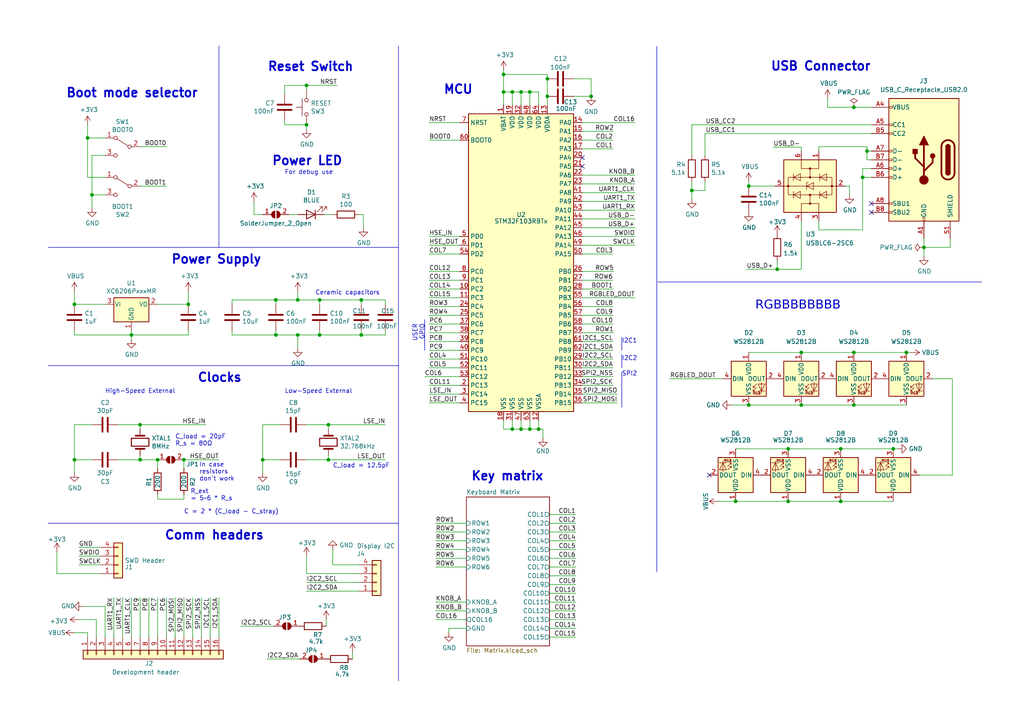
<source format=kicad_sch>
(kicad_sch (version 20230121) (generator eeschema)
  (paper "A4")
  (lib_symbols
    (symbol "+3V3_1" (power) (pin_names (offset 0))
      (property "Value" "+3V3_1" (at 0 3.556 0))
      (symbol "+3V3_1_1_1"
        (pin power_in line (at 0 0 90) (length 0) hide (name "+3V3") (number "1"))
      )
    )
    (symbol "Connector:USB_C_Receptacle_USB2.0" (pin_names (offset 1.016))
      (property "Reference" "J" (at -10.16 19.05 0))
      (property "Value" "USB_C_Receptacle_USB2.0" (at 19.05 19.05 0))
      (symbol "USB_C_Receptacle_USB2.0_1_1"
        (pin passive line (at 0 -22.86 90) (length 5.08) (name "GND") (number "A1"))
        (pin passive line (at 0 -22.86 90) (length 5.08) hide (name "GND") (number "A12"))
        (pin passive line (at 15.24 15.24 180) (length 5.08) (name "VBUS") (number "A4"))
        (pin bidirectional line (at 15.24 10.16 180) (length 5.08) (name "CC1") (number "A5"))
        (pin bidirectional line (at 15.24 -2.54 180) (length 5.08) (name "D+") (number "A6"))
        (pin bidirectional line (at 15.24 2.54 180) (length 5.08) (name "D-") (number "A7"))
        (pin bidirectional line (at 15.24 -12.7 180) (length 5.08) (name "SBU1") (number "A8"))
        (pin passive line (at 15.24 15.24 180) (length 5.08) hide (name "VBUS") (number "A9"))
        (pin passive line (at 0 -22.86 90) (length 5.08) hide (name "GND") (number "B1"))
        (pin passive line (at 0 -22.86 90) (length 5.08) hide (name "GND") (number "B12"))
        (pin passive line (at 15.24 15.24 180) (length 5.08) hide (name "VBUS") (number "B4"))
        (pin bidirectional line (at 15.24 7.62 180) (length 5.08) (name "CC2") (number "B5"))
        (pin bidirectional line (at 15.24 -5.08 180) (length 5.08) (name "D+") (number "B6"))
        (pin bidirectional line (at 15.24 0 180) (length 5.08) (name "D-") (number "B7"))
        (pin bidirectional line (at 15.24 -15.24 180) (length 5.08) (name "SBU2") (number "B8"))
        (pin passive line (at 15.24 15.24 180) (length 5.08) hide (name "VBUS") (number "B9"))
        (pin passive line (at -7.62 -22.86 90) (length 5.08) (name "SHIELD") (number "S1"))
      )
    )
    (symbol "Connector_Generic:Conn_01x04" (pin_names (offset 1.016) hide)
      (property "Reference" "J" (at 0 5.08 0))
      (property "Value" "Conn_01x04" (at 0 -7.62 0))
      (symbol "Conn_01x04_1_1"
        (pin passive line (at -5.08 2.54 0) (length 3.81) (name "Pin_1") (number "1"))
        (pin passive line (at -5.08 0 0) (length 3.81) (name "Pin_2") (number "2"))
        (pin passive line (at -5.08 -2.54 0) (length 3.81) (name "Pin_3") (number "3"))
        (pin passive line (at -5.08 -5.08 0) (length 3.81) (name "Pin_4") (number "4"))
      )
    )
    (symbol "Connector_Generic:Conn_01x16" (pin_names (offset 1.016) hide)
      (property "Reference" "J" (at 0 20.32 0))
      (property "Value" "Conn_01x16" (at 0 -22.86 0))
      (symbol "Conn_01x16_1_1"
        (pin passive line (at -5.08 17.78 0) (length 3.81) (name "Pin_1") (number "1"))
        (pin passive line (at -5.08 -5.08 0) (length 3.81) (name "Pin_10") (number "10"))
        (pin passive line (at -5.08 -7.62 0) (length 3.81) (name "Pin_11") (number "11"))
        (pin passive line (at -5.08 -10.16 0) (length 3.81) (name "Pin_12") (number "12"))
        (pin passive line (at -5.08 -12.7 0) (length 3.81) (name "Pin_13") (number "13"))
        (pin passive line (at -5.08 -15.24 0) (length 3.81) (name "Pin_14") (number "14"))
        (pin passive line (at -5.08 -17.78 0) (length 3.81) (name "Pin_15") (number "15"))
        (pin passive line (at -5.08 -20.32 0) (length 3.81) (name "Pin_16") (number "16"))
        (pin passive line (at -5.08 15.24 0) (length 3.81) (name "Pin_2") (number "2"))
        (pin passive line (at -5.08 12.7 0) (length 3.81) (name "Pin_3") (number "3"))
        (pin passive line (at -5.08 10.16 0) (length 3.81) (name "Pin_4") (number "4"))
        (pin passive line (at -5.08 7.62 0) (length 3.81) (name "Pin_5") (number "5"))
        (pin passive line (at -5.08 5.08 0) (length 3.81) (name "Pin_6") (number "6"))
        (pin passive line (at -5.08 2.54 0) (length 3.81) (name "Pin_7") (number "7"))
        (pin passive line (at -5.08 0 0) (length 3.81) (name "Pin_8") (number "8"))
        (pin passive line (at -5.08 -2.54 0) (length 3.81) (name "Pin_9") (number "9"))
      )
    )
    (symbol "Device:C" (pin_numbers hide) (pin_names (offset 0.254))
      (property "Reference" "C" (at 0.635 2.54 0))
      (property "Value" "C" (at 0.635 -2.54 0))
      (symbol "C_1_1"
        (pin passive line (at 0 3.81 270) (length 2.794) (name "~") (number "1"))
        (pin passive line (at 0 -3.81 90) (length 2.794) (name "~") (number "2"))
      )
    )
    (symbol "Device:Crystal" (pin_numbers hide) (pin_names (offset 1.016) hide)
      (property "Reference" "Y" (at 0 3.81 0))
      (property "Value" "Crystal" (at 0 -3.81 0))
      (symbol "Crystal_1_1"
        (pin passive line (at -3.81 0 0) (length 1.27) (name "1") (number "1"))
        (pin passive line (at 3.81 0 180) (length 1.27) (name "2") (number "2"))
      )
    )
    (symbol "Device:LED" (pin_numbers hide) (pin_names (offset 1.016) hide)
      (property "Reference" "D" (at 0 2.54 0))
      (property "Value" "LED" (at 0 -2.54 0))
      (symbol "LED_1_1"
        (pin passive line (at -3.81 0 0) (length 2.54) (name "K") (number "1"))
        (pin passive line (at 3.81 0 180) (length 2.54) (name "A") (number "2"))
      )
    )
    (symbol "Device:R" (pin_numbers hide) (pin_names (offset 0))
      (property "Reference" "R" (at 2.032 0 90))
      (property "Value" "R" (at 0 0 90))
      (symbol "R_1_1"
        (pin passive line (at 0 3.81 270) (length 1.27) (name "~") (number "1"))
        (pin passive line (at 0 -3.81 90) (length 1.27) (name "~") (number "2"))
      )
    )
    (symbol "Jumper:SolderJumper_2_Open" (pin_names (offset 0) hide)
      (property "Reference" "JP" (at 0 2.032 0))
      (property "Value" "SolderJumper_2_Open" (at 0 -2.54 0))
      (symbol "SolderJumper_2_Open_1_1"
        (pin passive line (at -3.81 0 0) (length 2.54) (name "A") (number "1"))
        (pin passive line (at 3.81 0 180) (length 2.54) (name "B") (number "2"))
      )
    )
    (symbol "LED:WS2812B" (pin_names (offset 0.254))
      (property "Reference" "D" (at 5.08 5.715 0))
      (property "Value" "WS2812B" (at 1.27 -5.715 0))
      (symbol "WS2812B_0_0"
        (text "RGB" (at 2.286 -4.191 0) (effects (font (size 0.762 0.762))))
      )
      (symbol "WS2812B_1_1"
        (pin power_in line (at 0 7.62 270) (length 2.54) (name "VDD") (number "1"))
        (pin output line (at 7.62 0 180) (length 2.54) (name "DOUT") (number "2"))
        (pin power_in line (at 0 -7.62 90) (length 2.54) (name "VSS") (number "3"))
        (pin input line (at -7.62 0 0) (length 2.54) (name "DIN") (number "4"))
      )
    )
    (symbol "MCU_ST_STM32F1:STM32F103RBTx"
      (property "Reference" "U" (at -15.24 44.45 0))
      (property "Value" "STM32F103RBTx" (at 10.16 44.45 0))
      (symbol "STM32F103RBTx_1_1"
        (pin power_in line (at -5.08 45.72 270) (length 2.54) (name "VBAT") (number "1"))
        (pin bidirectional line (at -17.78 -7.62 0) (length 2.54) (name "PC2") (number "10"))
        (pin bidirectional line (at -17.78 -10.16 0) (length 2.54) (name "PC3") (number "11"))
        (pin power_in line (at 5.08 -45.72 90) (length 2.54) (name "VSSA") (number "12"))
        (pin power_in line (at 7.62 45.72 270) (length 2.54) (name "VDDA") (number "13"))
        (pin bidirectional line (at 17.78 40.64 180) (length 2.54) (name "PA0") (number "14"))
        (pin bidirectional line (at 17.78 38.1 180) (length 2.54) (name "PA1") (number "15"))
        (pin bidirectional line (at 17.78 35.56 180) (length 2.54) (name "PA2") (number "16"))
        (pin bidirectional line (at 17.78 33.02 180) (length 2.54) (name "PA3") (number "17"))
        (pin power_in line (at -5.08 -45.72 90) (length 2.54) (name "VSS") (number "18"))
        (pin power_in line (at -2.54 45.72 270) (length 2.54) (name "VDD") (number "19"))
        (pin bidirectional line (at -17.78 -35.56 0) (length 2.54) (name "PC13") (number "2"))
        (pin bidirectional line (at 17.78 30.48 180) (length 2.54) (name "PA4") (number "20"))
        (pin bidirectional line (at 17.78 27.94 180) (length 2.54) (name "PA5") (number "21"))
        (pin bidirectional line (at 17.78 25.4 180) (length 2.54) (name "PA6") (number "22"))
        (pin bidirectional line (at 17.78 22.86 180) (length 2.54) (name "PA7") (number "23"))
        (pin bidirectional line (at -17.78 -12.7 0) (length 2.54) (name "PC4") (number "24"))
        (pin bidirectional line (at -17.78 -15.24 0) (length 2.54) (name "PC5") (number "25"))
        (pin bidirectional line (at 17.78 -2.54 180) (length 2.54) (name "PB0") (number "26"))
        (pin bidirectional line (at 17.78 -5.08 180) (length 2.54) (name "PB1") (number "27"))
        (pin bidirectional line (at 17.78 -7.62 180) (length 2.54) (name "PB2") (number "28"))
        (pin bidirectional line (at 17.78 -27.94 180) (length 2.54) (name "PB10") (number "29"))
        (pin bidirectional line (at -17.78 -38.1 0) (length 2.54) (name "PC14") (number "3"))
        (pin bidirectional line (at 17.78 -30.48 180) (length 2.54) (name "PB11") (number "30"))
        (pin power_in line (at -2.54 -45.72 90) (length 2.54) (name "VSS") (number "31"))
        (pin power_in line (at 0 45.72 270) (length 2.54) (name "VDD") (number "32"))
        (pin bidirectional line (at 17.78 -33.02 180) (length 2.54) (name "PB12") (number "33"))
        (pin bidirectional line (at 17.78 -35.56 180) (length 2.54) (name "PB13") (number "34"))
        (pin bidirectional line (at 17.78 -38.1 180) (length 2.54) (name "PB14") (number "35"))
        (pin bidirectional line (at 17.78 -40.64 180) (length 2.54) (name "PB15") (number "36"))
        (pin bidirectional line (at -17.78 -17.78 0) (length 2.54) (name "PC6") (number "37"))
        (pin bidirectional line (at -17.78 -20.32 0) (length 2.54) (name "PC7") (number "38"))
        (pin bidirectional line (at -17.78 -22.86 0) (length 2.54) (name "PC8") (number "39"))
        (pin bidirectional line (at -17.78 -40.64 0) (length 2.54) (name "PC15") (number "4"))
        (pin bidirectional line (at -17.78 -25.4 0) (length 2.54) (name "PC9") (number "40"))
        (pin bidirectional line (at 17.78 20.32 180) (length 2.54) (name "PA8") (number "41"))
        (pin bidirectional line (at 17.78 17.78 180) (length 2.54) (name "PA9") (number "42"))
        (pin bidirectional line (at 17.78 15.24 180) (length 2.54) (name "PA10") (number "43"))
        (pin bidirectional line (at 17.78 12.7 180) (length 2.54) (name "PA11") (number "44"))
        (pin bidirectional line (at 17.78 10.16 180) (length 2.54) (name "PA12") (number "45"))
        (pin bidirectional line (at 17.78 7.62 180) (length 2.54) (name "PA13") (number "46"))
        (pin power_in line (at 0 -45.72 90) (length 2.54) (name "VSS") (number "47"))
        (pin power_in line (at 2.54 45.72 270) (length 2.54) (name "VDD") (number "48"))
        (pin bidirectional line (at 17.78 5.08 180) (length 2.54) (name "PA14") (number "49"))
        (pin input line (at -17.78 7.62 0) (length 2.54) (name "PD0") (number "5"))
        (pin bidirectional line (at 17.78 2.54 180) (length 2.54) (name "PA15") (number "50"))
        (pin bidirectional line (at -17.78 -27.94 0) (length 2.54) (name "PC10") (number "51"))
        (pin bidirectional line (at -17.78 -30.48 0) (length 2.54) (name "PC11") (number "52"))
        (pin bidirectional line (at -17.78 -33.02 0) (length 2.54) (name "PC12") (number "53"))
        (pin bidirectional line (at -17.78 2.54 0) (length 2.54) (name "PD2") (number "54"))
        (pin bidirectional line (at 17.78 -10.16 180) (length 2.54) (name "PB3") (number "55"))
        (pin bidirectional line (at 17.78 -12.7 180) (length 2.54) (name "PB4") (number "56"))
        (pin bidirectional line (at 17.78 -15.24 180) (length 2.54) (name "PB5") (number "57"))
        (pin bidirectional line (at 17.78 -17.78 180) (length 2.54) (name "PB6") (number "58"))
        (pin bidirectional line (at 17.78 -20.32 180) (length 2.54) (name "PB7") (number "59"))
        (pin input line (at -17.78 5.08 0) (length 2.54) (name "PD1") (number "6"))
        (pin input line (at -17.78 35.56 0) (length 2.54) (name "BOOT0") (number "60"))
        (pin bidirectional line (at 17.78 -22.86 180) (length 2.54) (name "PB8") (number "61"))
        (pin bidirectional line (at 17.78 -25.4 180) (length 2.54) (name "PB9") (number "62"))
        (pin power_in line (at 2.54 -45.72 90) (length 2.54) (name "VSS") (number "63"))
        (pin power_in line (at 5.08 45.72 270) (length 2.54) (name "VDD") (number "64"))
        (pin input line (at -17.78 40.64 0) (length 2.54) (name "NRST") (number "7"))
        (pin bidirectional line (at -17.78 -2.54 0) (length 2.54) (name "PC0") (number "8"))
        (pin bidirectional line (at -17.78 -5.08 0) (length 2.54) (name "PC1") (number "9"))
      )
    )
    (symbol "Power_Protection:USBLC6-2SC6" (pin_names hide)
      (property "Reference" "U" (at 2.54 8.89 0))
      (property "Value" "USBLC6-2SC6" (at 2.54 -8.89 0))
      (symbol "USBLC6-2SC6_1_1"
        (pin passive line (at -10.16 -2.54 0) (length 2.54) (name "I/O1") (number "1"))
        (pin passive line (at 0 -10.16 90) (length 2.54) (name "GND") (number "2"))
        (pin passive line (at 10.16 -2.54 180) (length 2.54) (name "I/O2") (number "3"))
        (pin passive line (at 10.16 2.54 180) (length 2.54) (name "I/O2") (number "4"))
        (pin passive line (at 0 10.16 270) (length 2.54) (name "VBUS") (number "5"))
        (pin passive line (at -10.16 2.54 0) (length 2.54) (name "I/O1") (number "6"))
      )
    )
    (symbol "Regulator_Linear:XC6206PxxxMR" (pin_names (offset 0.254))
      (property "Reference" "U" (at -3.81 3.175 0))
      (property "Value" "XC6206PxxxMR" (at 0 3.175 0))
      (symbol "XC6206PxxxMR_1_1"
        (pin power_in line (at 0 -7.62 90) (length 2.54) (name "GND") (number "1"))
        (pin power_out line (at 7.62 0 180) (length 2.54) (name "VO") (number "2"))
        (pin power_in line (at -7.62 0 0) (length 2.54) (name "VI") (number "3"))
      )
    )
    (symbol "Switch:SW_Push" (pin_numbers hide) (pin_names (offset 1.016) hide)
      (property "Reference" "SW" (at 1.27 2.54 0))
      (property "Value" "SW_Push" (at 0 -1.524 0))
      (symbol "SW_Push_0_1"
        (pin passive line (at -5.08 0 0) (length 2.54) (name "1") (number "1"))
        (pin passive line (at 5.08 0 180) (length 2.54) (name "2") (number "2"))
      )
    )
    (symbol "Switch:SW_SPDT" (pin_names (offset 0) hide)
      (property "Reference" "SW" (at 0 4.318 0))
      (property "Value" "SW_SPDT" (at 0 -5.08 0))
      (symbol "SW_SPDT_1_1"
        (pin passive line (at 5.08 2.54 180) (length 2.54) (name "A") (number "1"))
        (pin passive line (at -5.08 0 0) (length 2.54) (name "B") (number "2"))
        (pin passive line (at 5.08 -2.54 180) (length 2.54) (name "C") (number "3"))
      )
    )
    (symbol "power:+3V3" (power) (pin_names (offset 0))
      (property "Value" "+3V3" (at 0 3.556 0))
      (symbol "+3V3_1_1"
        (pin power_in line (at 0 0 90) (length 0) hide (name "+3V3") (number "1"))
      )
    )
    (symbol "power:GND" (power) (pin_names (offset 0))
      (property "Value" "GND" (at 0 -3.81 0))
      (symbol "GND_1_1"
        (pin power_in line (at 0 0 270) (length 0) hide (name "GND") (number "1"))
      )
    )
    (symbol "power:PWR_FLAG" (power) (pin_numbers hide) (pin_names (offset 0) hide)
      (property "Value" "PWR_FLAG" (at 0 3.81 0))
      (symbol "PWR_FLAG_0_0"
        (pin power_out line (at 0 0 90) (length 0) (name "pwr") (number "1"))
      )
    )
    (symbol "power:VBUS" (power) (pin_names (offset 0))
      (property "Value" "VBUS" (at 0 3.81 0))
      (symbol "VBUS_1_1"
        (pin power_in line (at 0 0 90) (length 0) hide (name "VBUS") (number "1"))
      )
    )
  )
  (junction (at 88.9 24.765))
  (junction (at 158.75 27.94))
  (junction (at 151.13 124.46))
  (junction (at 54.61 88.265))
  (junction (at 45.72 133.35))
  (junction (at 95.25 133.35))
  (junction (at 232.41 102.235))
  (junction (at 156.21 124.46))
  (junction (at 247.65 31.115))
  (junction (at 146.05 21.59))
  (junction (at 247.65 102.235))
  (junction (at 25.4 40.005))
  (junction (at 247.65 117.475))
  (junction (at 148.59 124.46))
  (junction (at 262.89 102.235))
  (junction (at 26.67 56.515))
  (junction (at 38.1 97.155))
  (junction (at 225.425 78.105))
  (junction (at 21.59 133.35))
  (junction (at 80.01 97.155))
  (junction (at 80.01 86.995))
  (junction (at 213.36 145.415))
  (junction (at 40.64 123.19))
  (junction (at 243.84 130.175))
  (junction (at 86.36 86.995))
  (junction (at 267.97 71.755))
  (junction (at 104.775 97.155))
  (junction (at 228.6 130.175))
  (junction (at 76.2 133.35))
  (junction (at 243.84 145.415))
  (junction (at 92.71 97.155))
  (junction (at 200.66 55.245))
  (junction (at 153.67 26.67))
  (junction (at 259.08 130.175))
  (junction (at 148.59 26.67))
  (junction (at 228.6 145.415))
  (junction (at 250.19 51.435))
  (junction (at 146.05 26.67))
  (junction (at 171.45 27.94))
  (junction (at 217.17 117.475))
  (junction (at 88.9 36.195))
  (junction (at 92.71 86.995))
  (junction (at 217.17 53.975))
  (junction (at 21.59 88.265))
  (junction (at 158.75 22.86))
  (junction (at 151.13 26.67))
  (junction (at 53.34 133.35))
  (junction (at 86.36 97.155))
  (junction (at 95.25 123.19))
  (junction (at 104.775 86.995))
  (junction (at 251.46 43.815))
  (junction (at 232.41 117.475))
  (junction (at 40.64 133.35))
  (junction (at 153.67 124.46))
  (no_connect (at 168.91 48.26))
  (no_connect (at 205.74 137.795))
  (no_connect (at 168.91 45.72))
  (no_connect (at 252.73 61.595))
  (no_connect (at 252.73 59.055))
  (wire (pts (xy 80.01 95.885) (xy 80.01 97.155)))
  (wire (pts (xy 168.91 68.58) (xy 184.15 68.58)))
  (wire (pts (xy 200.66 36.195) (xy 200.66 45.085)))
  (wire (pts (xy 167.005 156.845) (xy 159.385 156.845)))
  (wire (pts (xy 251.46 42.545) (xy 237.49 42.545)))
  (wire (pts (xy 48.26 173.355) (xy 48.26 184.785)))
  (wire (pts (xy 167.005 161.925) (xy 159.385 161.925)))
  (wire (pts (xy 16.51 160.02) (xy 16.51 166.37)))
  (wire (pts (xy 88.9 123.19) (xy 95.25 123.19)))
  (wire (pts (xy 69.85 181.61) (xy 79.375 181.61)))
  (wire (pts (xy 217.17 117.475) (xy 232.41 117.475)))
  (wire (pts (xy 53.34 173.355) (xy 53.34 184.785)))
  (wire (pts (xy 212.09 117.475) (xy 217.17 117.475)))
  (wire (pts (xy 237.49 42.545) (xy 237.49 43.815)))
  (wire (pts (xy 168.91 50.8) (xy 184.15 50.8)))
  (wire (pts (xy 167.005 159.385) (xy 159.385 159.385)))
  (wire (pts (xy 168.91 111.76) (xy 177.8 111.76)))
  (wire (pts (xy 73.66 58.42) (xy 73.66 62.23)))
  (wire (pts (xy 105.41 62.23) (xy 105.41 66.04)))
  (wire (pts (xy 167.005 149.225) (xy 159.385 149.225)))
  (wire (pts (xy 50.8 173.355) (xy 50.8 184.785)))
  (wire (pts (xy 168.91 38.1) (xy 178.054 38.1)))
  (wire (pts (xy 76.2 123.19) (xy 76.2 133.35)))
  (wire (pts (xy 200.66 55.245) (xy 200.66 57.785)))
  (wire (pts (xy 168.91 83.82) (xy 177.8 83.82)))
  (polyline (pts (xy 180.34 102.87) (xy 180.34 106.68)))
  (wire (pts (xy 168.91 109.22) (xy 177.8 109.22)))
  (wire (pts (xy 67.31 86.995) (xy 67.31 88.265)))
  (wire (pts (xy 124.46 106.68) (xy 133.35 106.68)))
  (wire (pts (xy 88.9 133.35) (xy 95.25 133.35)))
  (wire (pts (xy 177.8 104.14) (xy 168.91 104.14)))
  (wire (pts (xy 111.76 86.995) (xy 111.76 88.265)))
  (wire (pts (xy 21.59 133.35) (xy 21.59 137.16)))
  (wire (pts (xy 102.235 189.23) (xy 102.235 191.135)))
  (wire (pts (xy 83.82 62.23) (xy 86.36 62.23)))
  (wire (pts (xy 158.75 21.59) (xy 158.75 22.86)))
  (wire (pts (xy 247.65 117.475) (xy 262.89 117.475)))
  (wire (pts (xy 25.4 40.005) (xy 25.4 36.195)))
  (wire (pts (xy 208.28 145.415) (xy 213.36 145.415)))
  (wire (pts (xy 88.9 171.45) (xy 104.14 171.45)))
  (wire (pts (xy 80.01 97.155) (xy 86.36 97.155)))
  (wire (pts (xy 153.67 121.92) (xy 153.67 124.46)))
  (wire (pts (xy 82.55 36.195) (xy 82.55 34.925)))
  (wire (pts (xy 104.775 95.885) (xy 104.775 97.155)))
  (wire (pts (xy 45.72 173.355) (xy 45.72 184.785)))
  (wire (pts (xy 126.365 174.625) (xy 135.255 174.625)))
  (wire (pts (xy 45.72 143.51) (xy 45.72 144.78)))
  (wire (pts (xy 38.1 95.885) (xy 38.1 97.155)))
  (wire (pts (xy 124.46 101.6) (xy 133.35 101.6)))
  (wire (pts (xy 167.005 182.245) (xy 159.385 182.245)))
  (wire (pts (xy 177.8 88.9) (xy 168.91 88.9)))
  (wire (pts (xy 124.46 88.9) (xy 133.35 88.9)))
  (wire (pts (xy 270.51 109.855) (xy 276.225 109.855)))
  (wire (pts (xy 151.13 121.92) (xy 151.13 124.46)))
  (wire (pts (xy 21.59 97.155) (xy 38.1 97.155)))
  (wire (pts (xy 133.35 109.22) (xy 123.19 109.22)))
  (wire (pts (xy 26.67 123.19) (xy 21.59 123.19)))
  (wire (pts (xy 82.55 36.195) (xy 88.9 36.195)))
  (wire (pts (xy 27.94 179.705) (xy 27.94 184.785)))
  (wire (pts (xy 126.365 156.845) (xy 135.255 156.845)))
  (wire (pts (xy 156.21 124.46) (xy 157.48 124.46)))
  (wire (pts (xy 228.6 145.415) (xy 243.84 145.415)))
  (wire (pts (xy 55.88 173.355) (xy 55.88 184.785)))
  (wire (pts (xy 21.59 88.265) (xy 30.48 88.265)))
  (wire (pts (xy 111.76 95.885) (xy 111.76 97.155)))
  (polyline (pts (xy 190.754 81.788) (xy 284.734 81.788)))
  (wire (pts (xy 232.41 64.135) (xy 232.41 78.105)))
  (wire (pts (xy 45.72 88.265) (xy 54.61 88.265)))
  (wire (pts (xy 250.19 48.895) (xy 250.19 51.435)))
  (wire (pts (xy 168.91 40.64) (xy 177.8 40.64)))
  (wire (pts (xy 204.47 55.245) (xy 204.47 52.705)))
  (wire (pts (xy 67.31 97.155) (xy 67.31 95.885)))
  (wire (pts (xy 243.84 145.415) (xy 259.08 145.415)))
  (wire (pts (xy 126.365 161.925) (xy 135.255 161.925)))
  (wire (pts (xy 38.1 97.155) (xy 38.1 98.425)))
  (wire (pts (xy 30.48 51.435) (xy 25.4 51.435)))
  (wire (pts (xy 167.005 151.765) (xy 159.385 151.765)))
  (wire (pts (xy 27.94 179.705) (xy 22.86 179.705)))
  (wire (pts (xy 86.36 97.155) (xy 86.36 100.965)))
  (wire (pts (xy 275.59 71.755) (xy 267.97 71.755)))
  (wire (pts (xy 200.66 36.195) (xy 252.73 36.195)))
  (wire (pts (xy 146.05 26.67) (xy 146.05 30.48)))
  (wire (pts (xy 92.71 97.155) (xy 104.775 97.155)))
  (wire (pts (xy 177.8 93.98) (xy 168.91 93.98)))
  (wire (pts (xy 54.61 88.265) (xy 54.61 84.455)))
  (wire (pts (xy 167.005 164.465) (xy 159.385 164.465)))
  (wire (pts (xy 86.36 86.995) (xy 92.71 86.995)))
  (wire (pts (xy 217.17 102.235) (xy 232.41 102.235)))
  (wire (pts (xy 40.64 42.545) (xy 48.26 42.545)))
  (wire (pts (xy 148.59 26.67) (xy 146.05 26.67)))
  (wire (pts (xy 133.35 114.3) (xy 124.46 114.3)))
  (polyline (pts (xy 115.57 71.755) (xy 13.97 71.755)))
  (wire (pts (xy 146.05 21.59) (xy 158.75 21.59)))
  (wire (pts (xy 167.005 167.005) (xy 159.385 167.005)))
  (wire (pts (xy 153.67 124.46) (xy 156.21 124.46)))
  (wire (pts (xy 26.67 133.35) (xy 21.59 133.35)))
  (wire (pts (xy 40.64 173.355) (xy 40.64 184.785)))
  (wire (pts (xy 194.31 109.855) (xy 209.55 109.855)))
  (wire (pts (xy 251.46 46.355) (xy 251.46 43.815)))
  (wire (pts (xy 168.91 96.52) (xy 178.054 96.52)))
  (wire (pts (xy 167.005 179.705) (xy 159.385 179.705)))
  (wire (pts (xy 30.48 56.515) (xy 26.67 56.515)))
  (wire (pts (xy 232.41 43.815) (xy 232.41 42.672)))
  (wire (pts (xy 95.25 123.19) (xy 111.76 123.19)))
  (wire (pts (xy 146.05 21.59) (xy 146.05 26.67)))
  (wire (pts (xy 86.36 86.995) (xy 86.36 84.455)))
  (wire (pts (xy 40.64 123.19) (xy 59.69 123.19)))
  (wire (pts (xy 126.365 151.765) (xy 135.255 151.765)))
  (wire (pts (xy 240.03 31.115) (xy 240.03 28.575)))
  (wire (pts (xy 146.05 20.32) (xy 146.05 21.59)))
  (wire (pts (xy 168.91 71.12) (xy 184.15 71.12)))
  (wire (pts (xy 133.35 116.84) (xy 124.46 116.84)))
  (wire (pts (xy 262.89 102.235) (xy 264.16 102.235)))
  (wire (pts (xy 124.46 99.06) (xy 133.35 99.06)))
  (wire (pts (xy 157.48 124.46) (xy 157.48 127)))
  (wire (pts (xy 86.36 97.155) (xy 92.71 97.155)))
  (wire (pts (xy 168.91 99.06) (xy 177.8 99.06)))
  (wire (pts (xy 104.775 86.995) (xy 104.775 88.265)))
  (wire (pts (xy 276.225 137.795) (xy 266.7 137.795)))
  (wire (pts (xy 232.41 117.475) (xy 247.65 117.475)))
  (wire (pts (xy 40.64 132.08) (xy 40.64 133.35)))
  (wire (pts (xy 156.21 121.92) (xy 156.21 124.46)))
  (wire (pts (xy 96.52 163.83) (xy 104.14 163.83)))
  (wire (pts (xy 35.56 184.785) (xy 35.56 173.355)))
  (wire (pts (xy 45.72 144.78) (xy 53.34 144.78)))
  (wire (pts (xy 95.25 123.19) (xy 95.25 124.46)))
  (wire (pts (xy 184.15 86.36) (xy 168.91 86.36)))
  (wire (pts (xy 92.71 95.885) (xy 92.71 97.155)))
  (polyline (pts (xy 115.57 13.335) (xy 115.57 197.485)))
  (wire (pts (xy 54.61 95.885) (xy 54.61 97.155)))
  (wire (pts (xy 82.55 24.765) (xy 88.9 24.765)))
  (wire (pts (xy 133.35 71.12) (xy 124.46 71.12)))
  (wire (pts (xy 216.535 78.105) (xy 225.425 78.105)))
  (wire (pts (xy 246.38 53.975) (xy 246.38 56.515)))
  (wire (pts (xy 168.91 66.04) (xy 184.15 66.04)))
  (wire (pts (xy 232.41 102.235) (xy 247.65 102.235)))
  (wire (pts (xy 124.46 96.52) (xy 133.35 96.52)))
  (wire (pts (xy 217.17 53.975) (xy 217.17 52.705)))
  (polyline (pts (xy 123.19 92.71) (xy 123.19 101.6)))
  (wire (pts (xy 97.79 24.765) (xy 88.9 24.765)))
  (wire (pts (xy 158.75 27.94) (xy 158.75 30.48)))
  (wire (pts (xy 171.45 22.86) (xy 171.45 27.94)))
  (wire (pts (xy 200.66 52.705) (xy 200.66 55.245)))
  (wire (pts (xy 124.46 81.28) (xy 133.35 81.28)))
  (wire (pts (xy 225.425 75.565) (xy 225.425 78.105)))
  (wire (pts (xy 133.35 68.58) (xy 124.46 68.58)))
  (wire (pts (xy 267.97 69.215) (xy 267.97 71.755)))
  (wire (pts (xy 252.73 51.435) (xy 250.19 51.435)))
  (wire (pts (xy 104.14 62.23) (xy 105.41 62.23)))
  (wire (pts (xy 30.48 175.895) (xy 30.48 184.785)))
  (wire (pts (xy 225.425 78.105) (xy 232.41 78.105)))
  (wire (pts (xy 21.59 183.515) (xy 25.4 183.515)))
  (wire (pts (xy 124.46 83.82) (xy 133.35 83.82)))
  (wire (pts (xy 25.4 183.515) (xy 25.4 184.785)))
  (wire (pts (xy 88.9 168.91) (xy 104.14 168.91)))
  (wire (pts (xy 252.73 31.115) (xy 247.65 31.115)))
  (wire (pts (xy 151.13 124.46) (xy 153.67 124.46)))
  (wire (pts (xy 153.67 26.67) (xy 153.67 30.48)))
  (wire (pts (xy 250.19 51.435) (xy 250.19 66.675)))
  (wire (pts (xy 45.72 133.35) (xy 45.72 135.89)))
  (wire (pts (xy 92.71 86.995) (xy 104.775 86.995)))
  (wire (pts (xy 156.21 26.67) (xy 156.21 30.48)))
  (wire (pts (xy 126.365 164.465) (xy 135.255 164.465)))
  (wire (pts (xy 232.41 42.672) (xy 224.282 42.672)))
  (polyline (pts (xy 180.34 97.79) (xy 180.34 101.6)))
  (wire (pts (xy 153.67 26.67) (xy 156.21 26.67)))
  (wire (pts (xy 213.36 130.175) (xy 228.6 130.175)))
  (wire (pts (xy 73.66 62.23) (xy 76.2 62.23)))
  (wire (pts (xy 53.34 144.78) (xy 53.34 143.51)))
  (wire (pts (xy 252.73 46.355) (xy 251.46 46.355)))
  (wire (pts (xy 24.13 175.895) (xy 30.48 175.895)))
  (wire (pts (xy 58.42 173.355) (xy 58.42 184.785)))
  (wire (pts (xy 88.9 26.035) (xy 88.9 24.765)))
  (wire (pts (xy 168.91 78.74) (xy 178.054 78.74)))
  (wire (pts (xy 80.01 88.265) (xy 80.01 86.995)))
  (wire (pts (xy 204.47 38.735) (xy 204.47 45.085)))
  (wire (pts (xy 167.005 174.625) (xy 159.385 174.625)))
  (wire (pts (xy 88.9 161.29) (xy 88.9 166.37)))
  (wire (pts (xy 34.29 123.19) (xy 40.64 123.19)))
  (wire (pts (xy 148.59 121.92) (xy 148.59 124.46)))
  (wire (pts (xy 29.21 163.83) (xy 22.86 163.83)))
  (wire (pts (xy 126.365 154.305) (xy 135.255 154.305)))
  (wire (pts (xy 25.4 51.435) (xy 25.4 40.005)))
  (wire (pts (xy 124.46 73.66) (xy 133.35 73.66)))
  (wire (pts (xy 124.46 86.36) (xy 133.35 86.36)))
  (wire (pts (xy 126.365 159.385) (xy 135.255 159.385)))
  (wire (pts (xy 177.8 106.68) (xy 168.91 106.68)))
  (wire (pts (xy 228.6 130.175) (xy 243.84 130.175)))
  (wire (pts (xy 95.25 133.35) (xy 111.76 133.35)))
  (wire (pts (xy 93.98 62.23) (xy 96.52 62.23)))
  (wire (pts (xy 63.5 173.355) (xy 63.5 184.785)))
  (wire (pts (xy 88.9 166.37) (xy 104.14 166.37)))
  (wire (pts (xy 21.59 123.19) (xy 21.59 133.35)))
  (wire (pts (xy 146.05 124.46) (xy 148.59 124.46)))
  (wire (pts (xy 21.59 84.455) (xy 21.59 88.265)))
  (wire (pts (xy 168.91 35.56) (xy 184.15 35.56)))
  (polyline (pts (xy 115.57 151.765) (xy 13.97 151.765)))
  (wire (pts (xy 54.61 97.155) (xy 38.1 97.155)))
  (wire (pts (xy 82.55 24.765) (xy 82.55 27.305)))
  (wire (pts (xy 94.615 179.705) (xy 94.615 181.61)))
  (wire (pts (xy 252.73 48.895) (xy 250.19 48.895)))
  (wire (pts (xy 133.35 104.14) (xy 124.46 104.14)))
  (wire (pts (xy 43.18 173.355) (xy 43.18 184.785)))
  (wire (pts (xy 177.8 73.66) (xy 168.91 73.66)))
  (wire (pts (xy 30.48 40.005) (xy 25.4 40.005)))
  (wire (pts (xy 251.46 42.545) (xy 251.46 43.815)))
  (wire (pts (xy 168.91 60.96) (xy 184.15 60.96)))
  (wire (pts (xy 88.9 36.195) (xy 88.9 37.465)))
  (wire (pts (xy 81.28 133.35) (xy 76.2 133.35)))
  (wire (pts (xy 80.01 86.995) (xy 86.36 86.995)))
  (wire (pts (xy 38.1 173.355) (xy 38.1 184.785)))
  (wire (pts (xy 60.96 173.355) (xy 60.96 184.785)))
  (wire (pts (xy 133.35 35.56) (xy 124.46 35.56)))
  (wire (pts (xy 26.67 45.085) (xy 26.67 56.515)))
  (wire (pts (xy 168.91 91.44) (xy 177.8 91.44)))
  (wire (pts (xy 40.64 133.35) (xy 34.29 133.35)))
  (wire (pts (xy 130.175 182.245) (xy 130.175 183.515)))
  (wire (pts (xy 168.91 114.3) (xy 179.07 114.3)))
  (wire (pts (xy 104.775 86.995) (xy 111.76 86.995)))
  (wire (pts (xy 245.11 53.975) (xy 246.38 53.975)))
  (wire (pts (xy 200.66 55.245) (xy 204.47 55.245)))
  (wire (pts (xy 158.75 22.86) (xy 158.75 27.94)))
  (wire (pts (xy 252.73 43.815) (xy 251.46 43.815)))
  (wire (pts (xy 237.49 66.675) (xy 237.49 64.135)))
  (polyline (pts (xy 190.5 13.462) (xy 190.5 165.862)))
  (wire (pts (xy 135.255 177.165) (xy 126.365 177.165)))
  (wire (pts (xy 168.91 53.34) (xy 184.15 53.34)))
  (wire (pts (xy 151.13 26.67) (xy 153.67 26.67)))
  (wire (pts (xy 133.35 40.64) (xy 124.46 40.64)))
  (wire (pts (xy 167.005 177.165) (xy 159.385 177.165)))
  (wire (pts (xy 111.76 97.155) (xy 104.775 97.155)))
  (wire (pts (xy 259.08 130.175) (xy 260.35 130.175)))
  (wire (pts (xy 267.97 71.755) (xy 267.97 74.295)))
  (wire (pts (xy 124.46 111.76) (xy 133.35 111.76)))
  (wire (pts (xy 167.005 169.545) (xy 159.385 169.545)))
  (wire (pts (xy 240.03 31.115) (xy 247.65 31.115)))
  (wire (pts (xy 276.225 109.855) (xy 276.225 137.795)))
  (wire (pts (xy 168.91 55.88) (xy 184.15 55.88)))
  (wire (pts (xy 29.21 158.75) (xy 22.86 158.75)))
  (wire (pts (xy 275.59 69.215) (xy 275.59 71.755)))
  (wire (pts (xy 76.2 133.35) (xy 76.2 137.16)))
  (polyline (pts (xy 63.5 71.755) (xy 63.5 13.335)))
  (wire (pts (xy 96.52 159.385) (xy 96.52 163.83)))
  (wire (pts (xy 30.48 45.085) (xy 26.67 45.085)))
  (wire (pts (xy 168.91 43.18) (xy 177.8 43.18)))
  (wire (pts (xy 124.46 93.98) (xy 133.35 93.98)))
  (wire (pts (xy 21.59 95.885) (xy 21.59 97.155)))
  (wire (pts (xy 213.36 145.415) (xy 228.6 145.415)))
  (wire (pts (xy 67.31 86.995) (xy 80.01 86.995)))
  (wire (pts (xy 148.59 30.48) (xy 148.59 26.67)))
  (wire (pts (xy 151.13 30.48) (xy 151.13 26.67)))
  (wire (pts (xy 243.84 130.175) (xy 259.08 130.175)))
  (wire (pts (xy 247.65 102.235) (xy 262.89 102.235)))
  (wire (pts (xy 135.255 182.245) (xy 130.175 182.245)))
  (wire (pts (xy 168.91 116.84) (xy 179.07 116.84)))
  (wire (pts (xy 166.37 22.86) (xy 171.45 22.86)))
  (wire (pts (xy 168.91 63.5) (xy 184.15 63.5)))
  (wire (pts (xy 146.05 121.92) (xy 146.05 124.46)))
  (wire (pts (xy 92.71 88.265) (xy 92.71 86.995)))
  (wire (pts (xy 16.51 166.37) (xy 29.21 166.37)))
  (wire (pts (xy 81.28 123.19) (xy 76.2 123.19)))
  (wire (pts (xy 168.91 81.28) (xy 177.8 81.28)))
  (wire (pts (xy 40.64 123.19) (xy 40.64 124.46)))
  (wire (pts (xy 124.46 91.44) (xy 133.35 91.44)))
  (wire (pts (xy 250.19 66.675) (xy 237.49 66.675)))
  (wire (pts (xy 33.02 173.355) (xy 33.02 184.785)))
  (wire (pts (xy 148.59 124.46) (xy 151.13 124.46)))
  (wire (pts (xy 168.91 101.6) (xy 177.8 101.6)))
  (wire (pts (xy 77.47 191.135) (xy 86.995 191.135)))
  (wire (pts (xy 26.67 56.515) (xy 26.67 60.325)))
  (wire (pts (xy 167.005 154.305) (xy 159.385 154.305)))
  (polyline (pts (xy 180.34 107.95) (xy 180.34 118.11)))
  (wire (pts (xy 167.005 172.085) (xy 159.385 172.085)))
  (wire (pts (xy 166.37 27.94) (xy 171.45 27.94)))
  (wire (pts (xy 40.64 133.35) (xy 45.72 133.35)))
  (wire (pts (xy 168.91 58.42) (xy 184.15 58.42)))
  (wire (pts (xy 53.34 133.35) (xy 53.34 135.89)))
  (wire (pts (xy 53.34 133.35) (xy 63.5 133.35)))
  (wire (pts (xy 124.46 78.74) (xy 133.35 78.74)))
  (wire (pts (xy 159.385 184.785) (xy 167.005 184.785)))
  (polyline (pts (xy 115.57 106.045) (xy 13.97 106.045)))
  (wire (pts (xy 40.64 53.975) (xy 48.26 53.975)))
  (wire (pts (xy 67.31 97.155) (xy 80.01 97.155)))
  (wire (pts (xy 204.47 38.735) (xy 252.73 38.735)))
  (wire (pts (xy 148.59 26.67) (xy 151.13 26.67)))
  (wire (pts (xy 126.365 179.705) (xy 135.255 179.705)))
  (wire (pts (xy 95.25 133.35) (xy 95.25 132.08)))
  (wire (pts (xy 29.21 161.29) (xy 22.86 161.29)))
  (wire (pts (xy 224.79 53.975) (xy 217.17 53.975)))
  (text "Comm headers" (at 47.625 156.845 0) (effects (font (size 2.54 2.54) (thickness 0.508) bold) (justify left bottom)))
  (text "Power Supply" (at 49.53 76.835 0) (effects (font (size 2.54 2.54) (thickness 0.508) bold) (justify left bottom)))
  (text "Reset Switch" (at 77.47 20.955 0) (effects (font (size 2.54 2.54) (thickness 0.508) bold) (justify left bottom)))
  (text "R_ext\n= 5~6 * R_s" (at 55.245 145.415 0) (effects (font (size 1.27 1.27)) (justify left bottom)))
  (text "USER\nGPIO" (at 123.19 93.98 90) (effects (font (size 1.27 1.27)) (justify right bottom)))
  (text "C = 2 * (C_load - C_stray)" (at 53.34 149.225 0) (effects (font (size 1.27 1.27)) (justify left bottom)))
  (text "Low-Speed External" (at 82.55 114.3 0) (effects (font (size 1.27 1.27)) (justify left bottom)))
  (text "I2C1" (at 180.34 99.695 0) (effects (font (size 1.27 1.27)) (justify left bottom)))
  (text "RGBBBBBBBB" (at 219.075 90.805 0) (effects (font (size 2.54 2.54)) (justify left bottom)))
  (text "High-Speed External" (at 30.48 114.3 0) (effects (font (size 1.27 1.27)) (justify left bottom)))
  (text "In case\nresistors\ndon't work" (at 57.785 139.7 0) (effects (font (size 1.27 1.27)) (justify left bottom)))
  (text "C_load = 12.5pF" (at 96.52 135.89 0) (effects (font (size 1.27 1.27)) (justify left bottom)))
  (text "For debug use" (at 82.55 50.8 0) (effects (font (size 1.27 1.27)) (justify left bottom)))
  (text "C_load = 20pF\nR_s = 80Ω" (at 50.8 129.54 0) (effects (font (size 1.27 1.27)) (justify left bottom)))
  (text "I2C2" (at 180.34 104.775 0) (effects (font (size 1.27 1.27)) (justify left bottom)))
  (text "MCU" (at 128.524 27.559 0) (effects (font (size 2.54 2.54) (thickness 0.508) bold) (justify left bottom)))
  (text "Power LED" (at 78.74 48.26 0) (effects (font (size 2.54 2.54) (thickness 0.508) bold) (justify left bottom)))
  (text "Clocks" (at 57.15 111.125 0) (effects (font (size 2.54 2.54) (thickness 0.508) bold) (justify left bottom)))
  (text "Key matrix" (at 136.525 139.7 0) (effects (font (size 2.54 2.54) (thickness 0.508) bold) (justify left bottom)))
  (text "SPI2" (at 180.34 109.22 0) (effects (font (size 1.27 1.27)) (justify left bottom)))
  (text "Ceramic capacitors" (at 91.44 85.725 0) (effects (font (size 1.27 1.27)) (justify left bottom)))
  (text "USB Connector" (at 223.393 20.828 0) (effects (font (size 2.54 2.54) (thickness 0.508) bold) (justify left bottom)))
  (text "Boot mode selector" (at 19.05 28.575 0) (effects (font (size 2.54 2.54) (thickness 0.508) bold) (justify left bottom)))
  (label "UART1_TX" (at 35.56 173.355 270))
  (label "PC7" (at 124.46 96.52 0))
  (label "COL1" (at 177.8 43.18 180))
  (label "COL2" (at 167.005 151.765 180))
  (label "COL11" (at 124.46 111.76 0))
  (label "COL14" (at 124.46 83.82 0))
  (label "ROW5" (at 178.054 78.74 180))
  (label "COL3" (at 177.8 73.66 180))
  (label "GND" (at 22.86 158.75 0))
  (label "ROW2" (at 126.365 154.305 0))
  (label "I2C2_SDA" (at 177.8 106.68 180))
  (label "RGBLED_DOUT" (at 194.31 109.855 0))
  (label "SPI2_MOSI" (at 179.07 116.84 180))
  (label "UART1_RX" (at 33.02 173.355 270))
  (label "ROW1" (at 178.054 96.52 180))
  (label "UART1_RX" (at 184.15 60.96 180))
  (label "USB_CC2" (at 213.36 36.195 180))
  (label "COL8" (at 177.8 88.9 180))
  (label "COL12" (at 167.005 177.165 180))
  (label "BOOT0" (at 124.46 40.64 0))
  (label "HSE_IN" (at 124.46 68.58 0))
  (label "COL10" (at 177.8 93.98 180))
  (label "LSE_OUT" (at 124.46 116.84 0))
  (label "UART1_CLK" (at 184.15 55.88 180))
  (label "KNOB_B" (at 126.365 177.165 0))
  (label "SPI2_NSS" (at 58.42 173.355 270))
  (label "LSE_IN" (at 124.46 114.3 0))
  (label "COL7" (at 124.46 73.66 0))
  (label "COL10" (at 167.005 172.085 180))
  (label "PC9" (at 124.46 101.6 0))
  (label "COL6" (at 167.005 161.925 180))
  (label "ROW6" (at 126.365 164.465 0))
  (label "COL15" (at 167.005 184.785 180))
  (label "HSE_OUT" (at 63.5 133.35 180))
  (label "ROW5" (at 126.365 161.925 0))
  (label "COL9" (at 177.8 91.44 180))
  (label "I2C2_SCL" (at 177.8 104.14 180))
  (label "I2C1_SCL" (at 60.96 173.355 270))
  (label "USB_CC1" (at 213.36 38.735 180))
  (label "COL9" (at 167.005 169.545 180))
  (label "I2C1_SDA" (at 63.5 173.355 270))
  (label "USB_D-" (at 224.282 42.672 0))
  (label "SWDIO" (at 22.86 161.29 0))
  (label "SWCLK" (at 22.86 163.83 0))
  (label "I2C1_SCL" (at 177.8 99.06 180))
  (label "HSE_OUT" (at 124.46 71.12 0))
  (label "I2C2_SCL" (at 88.9 168.91 0))
  (label "PC6" (at 48.26 173.355 270))
  (label "COL14" (at 167.005 182.245 180))
  (label "ROW4" (at 126.365 159.385 0))
  (label "COL4" (at 124.46 104.14 0))
  (label "SPI2_SCK" (at 177.8 111.76 180))
  (label "I2C2_SCL" (at 69.85 181.61 0))
  (label "COL11" (at 167.005 174.625 180))
  (label "I2C2_SDA" (at 88.9 171.45 0))
  (label "ROW6" (at 177.8 81.28 180))
  (label "PC7" (at 45.72 173.355 270))
  (label "ROW3" (at 126.365 156.845 0))
  (label "PC9" (at 40.64 173.355 270))
  (label "COL16" (at 184.15 35.56 180))
  (label "USB_D-" (at 184.15 63.5 180))
  (label "COL5" (at 167.005 159.385 180))
  (label "I2C2_SDA" (at 77.47 191.135 0))
  (label "COL5" (at 124.46 106.68 0))
  (label "RGBLED_DOUT" (at 184.15 86.36 180))
  (label "COL1" (at 167.005 149.225 180))
  (label "LSE_OUT" (at 111.76 133.35 180))
  (label "COL6" (at 123.19 109.22 0))
  (label "PC6" (at 124.46 93.98 0))
  (label "ROW4" (at 124.46 91.44 0))
  (label "ROW3" (at 124.46 88.9 0))
  (label "COL4" (at 167.005 156.845 180))
  (label "UART1_TX" (at 184.15 58.42 180))
  (label "UART1_CLK" (at 38.1 173.355 270))
  (label "SPI2_NSS" (at 177.8 109.22 180))
  (label "SPI2_MISO" (at 53.34 173.355 270))
  (label "USB_D+" (at 184.15 66.04 180))
  (label "COL12" (at 124.46 78.74 0))
  (label "SPI2_SCK" (at 55.88 173.355 270))
  (label "BOOT1" (at 48.26 53.975 180))
  (label "SWDIO" (at 184.15 68.58 180))
  (label "COL2" (at 177.8 40.64 180))
  (label "KNOB_A" (at 184.15 53.34 180))
  (label "ROW2" (at 178.054 38.1 180))
  (label "SPI2_MISO" (at 179.07 114.3 180))
  (label "HSE_IN" (at 59.69 123.19 180))
  (label "COL13" (at 124.46 81.28 0))
  (label "SPI2_MOSI" (at 50.8 173.355 270))
  (label "I2C1_SDA" (at 177.8 101.6 180))
  (label "BOOT1" (at 177.8 83.82 180))
  (label "KNOB_B" (at 184.15 50.8 180))
  (label "COL15" (at 124.46 86.36 0))
  (label "BOOT0" (at 48.26 42.545 180))
  (label "COL7" (at 167.005 164.465 180))
  (label "NRST" (at 97.79 24.765 180))
  (label "USB_D+" (at 216.535 78.105 0))
  (label "NRST" (at 124.46 35.56 0))
  (label "SWCLK" (at 184.15 71.12 180))
  (label "ROW1" (at 126.365 151.765 0))
  (label "KNOB_A" (at 126.365 174.625 0))
  (label "COL8" (at 167.005 167.005 180))
  (label "LSE_IN" (at 111.76 123.19 180))
  (label "PC8" (at 43.18 173.355 270))
  (label "PC8" (at 124.46 99.06 0))
  (label "COL13" (at 167.005 179.705 180))
  (label "COL3" (at 167.005 154.305 180))
  (label "COL16" (at 126.365 179.705 0))
  (symbol (lib_id "power:GND") (at 171.45 27.94 0) (unit 1)
    (property "Reference" "#PWR0116" (effects hide))
    (property "Value" "GND" (at 171.45 32.3834 0))
  )
  (symbol (lib_id "Jumper:SolderJumper_2_Open") (at 80.01 62.23 0) (mirror x) (unit 1)
    (property "Reference" "JP2" (at 80.01 59.69 0))
    (property "Value" "SolderJumper_2_Open" (at 80.01 64.77 0))
    (property "Footprint" "Jumper:SolderJumper-2_P1.3mm_Open_RoundedPad1.0x1.5mm" (effects hide))
  )
  (symbol (lib_id "Device:R") (at 45.72 139.7 0) (unit 1)
    (property "Reference" "R1" (at 43.18 139.7 90))
    (property "Value" "200" (at 45.72 139.7 90))
    (property "Footprint" "Resistor_SMD:R_0603_1608Metric" (effects hide))
    (property "LSCS" "C8218" (effects hide))
  )
  (symbol (lib_id "power:GND") (at 246.38 56.515 0) (unit 1)
    (property "Reference" "#PWR0125" (effects hide))
    (property "Value" "GND" (at 246.507 60.9092 0))
  )
  (symbol (lib_name "+3V3_1") (lib_id "power:+3V3") (at 94.615 179.705 0) (unit 1)
    (property "Reference" "#PWR07" (effects hide))
    (property "Value" "+3V3" (at 94.615 175.76 0))
  )
  (symbol (lib_id "LED:WS2812B") (at 232.41 109.855 0) (unit 1)
    (property "Reference" "D3" (at 232.41 96.52 0))
    (property "Value" "WS2812B" (at 232.41 99.06 0))
    (property "Footprint" "LED_SMD:LED_WS2812B_PLCC4_5.0x5.0mm_P3.2mm" (effects hide))
    (property "Datasheet" "https://cdn-shop.adafruit.com/datasheets/WS2812B.pdf" (effects hide))
    (property "LSCS" "C2761795" (effects hide))
  )
  (symbol (lib_id "power:PWR_FLAG") (at 267.97 71.755 90) (unit 1)
    (property "Reference" "#FLG0102" (effects hide))
    (property "Value" "PWR_FLAG" (at 264.7442 71.755 90) (effects (justify left)))
  )
  (symbol (lib_id "power:+3V3") (at 146.05 20.32 0) (unit 1)
    (property "Reference" "#PWR0117" (effects hide))
    (property "Value" "+3V3" (at 146.431 15.9258 0))
  )
  (symbol (lib_id "Device:C") (at 217.17 57.785 0) (unit 1)
    (property "Reference" "C14" (at 220.091 56.6166 0) (effects (justify left)))
    (property "Value" "100nF" (at 220.091 58.928 0) (effects (justify left)))
    (property "Footprint" "Capacitor_SMD:C_0402_1005Metric" (effects hide))
    (property "LSCS" "C307331" (effects hide))
  )
  (symbol (lib_id "Jumper:SolderJumper_2_Open") (at 83.185 181.61 180) (unit 1)
    (property "Reference" "JP3" (at 84.455 179.07 0) (effects (justify left)))
    (property "Value" "SolderJumper_2_Open" (effects hide))
    (property "Footprint" "Jumper:SolderJumper-2_P1.3mm_Open_TrianglePad1.0x1.5mm" (effects hide))
  )
  (symbol (lib_id "Device:R") (at 225.425 71.755 0) (unit 1)
    (property "Reference" "R6" (at 227.203 70.9203 0) (effects (justify left)))
    (property "Value" "1.5k" (at 227.203 73.4572 0) (effects (justify left)))
    (property "Footprint" "Resistor_SMD:R_0402_1005Metric_Pad0.72x0.64mm_HandSolder" (effects hide))
    (property "LSCS" "C25867" (effects hide))
  )
  (symbol (lib_id "Power_Protection:USBLC6-2SC6") (at 234.95 53.975 90) (mirror x) (unit 1)
    (property "Reference" "U3" (at 233.68 67.945 90) (effects (justify right)))
    (property "Value" "USBLC6-2SC6" (at 233.68 70.485 90) (effects (justify right)))
    (property "Footprint" "Package_TO_SOT_SMD:SOT-23-6" (effects hide))
    (property "Datasheet" "https://www.st.com/resource/en/datasheet/usblc6-2.pdf" (effects hide))
    (property "LSCS" "C7519" (effects hide))
  )
  (symbol (lib_id "power:GND") (at 105.41 66.04 0) (unit 1)
    (property "Reference" "#PWR0106" (effects hide))
    (property "Value" "GND" (at 105.537 70.4342 0))
  )
  (symbol (lib_id "Device:C") (at 85.09 123.19 270) (unit 1)
    (property "Reference" "C8" (at 85.09 116.7892 90))
    (property "Value" "15pF" (at 85.09 119.1006 90))
    (property "Footprint" "Capacitor_SMD:C_0603_1608Metric" (effects hide))
    (property "LSCS" "C1644" (effects hide))
  )
  (symbol (lib_id "power:VBUS") (at 208.28 145.415 90) (unit 1)
    (property "Reference" "#PWR05" (effects hide))
    (property "Value" "VBUS" (at 204.7042 145.415 0))
  )
  (symbol (lib_id "LED:WS2812B") (at 243.84 137.795 180) (unit 1)
    (property "Reference" "D8" (at 243.84 125.73 0))
    (property "Value" "WS2812B" (at 243.84 127.635 0))
    (property "Footprint" "LED_SMD:LED_WS2812B_PLCC4_5.0x5.0mm_P3.2mm" (effects hide))
    (property "Datasheet" "https://cdn-shop.adafruit.com/datasheets/WS2812B.pdf" (effects hide))
    (property "LSCS" "C2761795" (effects hide))
  )
  (symbol (lib_id "Device:C") (at 80.01 92.075 0) (unit 1)
    (property "Reference" "C6" (at 82.931 90.9066 0) (effects (justify left)))
    (property "Value" "100nF" (at 82.931 93.218 0) (effects (justify left)))
    (property "Footprint" "Capacitor_SMD:C_0402_1005Metric" (effects hide))
    (property "LSCS" "C307331" (effects hide))
  )
  (symbol (lib_id "Device:C") (at 21.59 92.075 0) (unit 1)
    (property "Reference" "C1" (at 24.511 90.9066 0) (effects (justify left)))
    (property "Value" "1uF" (at 24.511 93.218 0) (effects (justify left)))
    (property "Footprint" "Capacitor_SMD:C_0603_1608Metric" (effects hide))
    (property "LSCS" "C15849" (effects hide))
  )
  (symbol (lib_id "Switch:SW_Push") (at 88.9 31.115 90) (mirror x) (unit 1)
    (property "Reference" "SW3" (at 90.1192 32.2834 90) (effects (justify right)))
    (property "Value" "RESET" (at 90.1192 29.972 90) (effects (justify right)))
    (property "Footprint" "large-arisu:SW_Push_SMD-SW-4_5.1x5.1x1.5" (effects hide))
    (property "LSCS" "C318884" (effects hide))
  )
  (symbol (lib_id "MCU_ST_STM32F1:STM32F103RBTx") (at 151.13 76.2 0) (unit 1)
    (property "Reference" "U2" (at 149.7838 62.2554 0) (effects (justify left)))
    (property "Value" "STM32F103RBTx" (at 143.383 64.135 0) (effects (justify left)))
    (property "Footprint" "Package_QFP:LQFP-64_10x10mm_P0.5mm" (effects hide))
    (property "Datasheet" "http://www.st.com/st-web-ui/static/active/en/resource/technical/document/datasheet/CD00161566.pdf" (effects hide))
    (property "LSCS" "C8735" (effects hide))
  )
  (symbol (lib_id "power:GND") (at 24.13 175.895 270) (mirror x) (unit 1)
    (property "Reference" "#PWR0107" (effects hide))
    (property "Value" "GND" (at 19.7358 175.768 90))
  )
  (symbol (lib_id "Device:C") (at 67.31 92.075 0) (unit 1)
    (property "Reference" "C5" (at 70.231 90.9066 0) (effects (justify left)))
    (property "Value" "10uF" (at 70.231 93.218 0) (effects (justify left)))
    (property "Footprint" "Capacitor_SMD:C_0603_1608Metric" (effects hide))
    (property "LSCS" "C96446" (effects hide))
  )
  (symbol (lib_id "Regulator_Linear:XC6206PxxxMR") (at 38.1 88.265 0) (unit 1)
    (property "Reference" "U1" (at 38.1 82.1182 0))
    (property "Value" "XC6206PxxxMR" (at 38.1 84.4296 0))
    (property "Footprint" "Package_TO_SOT_SMD:SOT-23" (effects hide))
    (property "Datasheet" "https://www.torexsemi.com/file/xc6206/XC6206.pdf" (effects hide))
    (property "LSCS" "C5446" (effects hide))
  )
  (symbol (lib_id "Device:LED") (at 90.17 62.23 180) (unit 1)
    (property "Reference" "D1" (at 90.3478 55.753 0))
    (property "Value" "BLUE" (at 90.3478 58.0644 0))
    (property "Footprint" "LED_SMD:LED_0603_1608Metric" (effects hide))
    (property "LSCS" "C72041" (effects hide))
  )
  (symbol (lib_id "power:GND") (at 130.175 183.515 0) (unit 1)
    (property "Reference" "#PWR0119" (effects hide))
    (property "Value" "GND" (at 130.302 187.9092 0))
  )
  (symbol (lib_id "power:+3V3") (at 86.36 84.455 0) (unit 1)
    (property "Reference" "#PWR0109" (effects hide))
    (property "Value" "+3V3" (at 86.741 80.0608 0))
  )
  (symbol (lib_id "LED:WS2812B") (at 217.17 109.855 0) (unit 1)
    (property "Reference" "D2" (at 217.17 96.5231 0))
    (property "Value" "WS2812B" (at 217.17 99.06 0))
    (property "Footprint" "LED_SMD:LED_WS2812B_PLCC4_5.0x5.0mm_P3.2mm" (effects hide))
    (property "Datasheet" "https://cdn-shop.adafruit.com/datasheets/WS2812B.pdf" (effects hide))
    (property "LSCS" "C2761795" (effects hide))
  )
  (symbol (lib_id "Device:C") (at 111.76 92.075 0) (unit 1)
    (property "Reference" "C15" (at 110.49 90.17 0) (effects (justify left)))
    (property "Value" "100nF" (at 109.22 94.615 0) (effects (justify left)))
    (property "Footprint" "Capacitor_SMD:C_0402_1005Metric" (effects hide))
    (property "LSCS" "C307331" (effects hide))
  )
  (symbol (lib_id "power:GND") (at 217.17 61.595 0) (unit 1)
    (property "Reference" "#PWR0120" (effects hide))
    (property "Value" "GND" (at 217.297 65.9892 0))
  )
  (symbol (lib_id "power:GND") (at 212.09 117.475 270) (unit 1)
    (property "Reference" "#PWR04" (effects hide))
    (property "Value" "GND" (at 208.9151 117.475 90) (effects (justify right)))
  )
  (symbol (lib_id "LED:WS2812B") (at 213.36 137.795 180) (unit 1)
    (property "Reference" "D6" (at 213.36 125.73 0))
    (property "Value" "WS2812B" (at 213.36 127.635 0))
    (property "Footprint" "LED_SMD:LED_WS2812B_PLCC4_5.0x5.0mm_P3.2mm" (effects hide))
    (property "Datasheet" "https://cdn-shop.adafruit.com/datasheets/WS2812B.pdf" (effects hide))
    (property "LSCS" "C2761795" (effects hide))
  )
  (symbol (lib_id "power:VBUS") (at 21.59 183.515 90) (mirror x) (unit 1)
    (property "Reference" "#PWR0105" (effects hide))
    (property "Value" "VBUS" (at 16.51 183.515 90))
  )
  (symbol (lib_id "Device:R") (at 100.33 62.23 270) (unit 1)
    (property "Reference" "R3" (at 100.33 56.9722 90))
    (property "Value" "100" (at 100.33 59.2836 90))
    (property "Footprint" "Resistor_SMD:R_0603_1608Metric" (effects hide))
    (property "LSCS" "C22775" (effects hide))
  )
  (symbol (lib_id "power:GND") (at 200.66 57.785 0) (unit 1)
    (property "Reference" "#PWR0122" (effects hide))
    (property "Value" "GND" (at 200.787 62.1792 0))
  )
  (symbol (lib_id "power:GND") (at 21.59 137.16 0) (unit 1)
    (property "Reference" "#PWR0111" (effects hide))
    (property "Value" "GND" (at 21.717 141.5542 0))
  )
  (symbol (lib_id "LED:WS2812B") (at 247.65 109.855 0) (unit 1)
    (property "Reference" "D4" (at 247.65 96.52 0))
    (property "Value" "WS2812B" (at 247.65 99.06 0))
    (property "Footprint" "LED_SMD:LED_WS2812B_PLCC4_5.0x5.0mm_P3.2mm" (effects hide))
    (property "Datasheet" "https://cdn-shop.adafruit.com/datasheets/WS2812B.pdf" (effects hide))
    (property "LSCS" "C2761795" (effects hide))
  )
  (symbol (lib_id "power:GND") (at 76.2 137.16 0) (unit 1)
    (property "Reference" "#PWR0114" (effects hide))
    (property "Value" "GND" (at 76.327 141.5542 0))
  )
  (symbol (lib_id "Connector_Generic:Conn_01x04") (at 34.29 163.83 0) (mirror x) (unit 1)
    (property "Reference" "J1" (at 36.195 164.465 0) (effects (justify left)))
    (property "Value" "SWD Header" (at 36.195 162.56 0) (effects (justify left)))
    (property "Footprint" "Connector_PinHeader_2.54mm:PinHeader_1x04_P2.54mm_Horizontal" (effects hide))
  )
  (symbol (lib_id "LED:WS2812B") (at 228.6 137.795 180) (unit 1)
    (property "Reference" "D7" (at 228.6 125.73 0))
    (property "Value" "WS2812B" (at 228.6 127.635 0))
    (property "Footprint" "LED_SMD:LED_WS2812B_PLCC4_5.0x5.0mm_P3.2mm" (effects hide))
    (property "Datasheet" "https://cdn-shop.adafruit.com/datasheets/WS2812B.pdf" (effects hide))
    (property "LSCS" "C2761795" (effects hide))
  )
  (symbol (lib_id "power:+3V3") (at 22.86 179.705 90) (unit 1)
    (property "Reference" "#PWR0127" (effects hide))
    (property "Value" "+3V3" (at 19.685 180.1388 90) (effects (justify left)))
  )
  (symbol (lib_id "Device:C") (at 54.61 92.075 0) (unit 1)
    (property "Reference" "C4" (at 57.531 90.9066 0) (effects (justify left)))
    (property "Value" "1uF" (at 57.531 93.218 0) (effects (justify left)))
    (property "Footprint" "Capacitor_SMD:C_0603_1608Metric" (effects hide))
    (property "LSCS" "C15849" (effects hide))
  )
  (symbol (lib_id "power:VBUS") (at 21.59 84.455 0) (unit 1)
    (property "Reference" "#PWR0113" (effects hide))
    (property "Value" "VBUS" (at 21.971 80.0608 0))
  )
  (symbol (lib_id "power:+3V3") (at 88.9 161.29 0) (unit 1)
    (property "Reference" "#PWR02" (effects hide))
    (property "Value" "+3V3" (at 86.36 157.48 0) (effects (justify left)))
  )
  (symbol (lib_id "power:VBUS") (at 264.16 102.235 270) (unit 1)
    (property "Reference" "#PWR03" (effects hide))
    (property "Value" "VBUS" (at 267.335 102.235 90) (effects (justify left)))
  )
  (symbol (lib_id "power:PWR_FLAG") (at 247.65 31.115 0) (unit 1)
    (property "Reference" "#FLG0101" (effects hide))
    (property "Value" "PWR_FLAG" (at 247.65 26.7208 0))
  )
  (symbol (lib_id "power:GND") (at 157.48 127 0) (unit 1)
    (property "Reference" "#PWR0118" (effects hide))
    (property "Value" "GND" (at 157.48 130.81 0))
  )
  (symbol (lib_id "Device:C") (at 85.09 133.35 90) (mirror x) (unit 1)
    (property "Reference" "C9" (at 85.09 139.7508 90))
    (property "Value" "15pF" (at 85.09 137.4394 90))
    (property "Footprint" "Capacitor_SMD:C_0603_1608Metric" (effects hide))
    (property "LSCS" "C1644" (effects hide))
  )
  (symbol (lib_id "power:+3V3") (at 25.4 36.195 0) (unit 1)
    (property "Reference" "#PWR0104" (effects hide))
    (property "Value" "+3V3" (at 25.781 31.8008 0))
  )
  (symbol (lib_id "power:GND") (at 88.9 37.465 0) (unit 1)
    (property "Reference" "#PWR0102" (effects hide))
    (property "Value" "GND" (at 89.027 41.8592 0))
  )
  (symbol (lib_id "Device:R") (at 200.66 48.895 0) (mirror y) (unit 1)
    (property "Reference" "R4" (at 198.882 47.7266 0) (effects (justify left)))
    (property "Value" "5.1k" (at 198.882 50.038 0) (effects (justify left)))
    (property "Footprint" "Resistor_SMD:R_0603_1608Metric" (effects hide))
    (property "LSCS" "C23186" (effects hide))
  )
  (symbol (lib_id "Connector_Generic:Conn_01x16") (at 43.18 189.865 90) (mirror x) (unit 1)
    (property "Reference" "J2" (at 44.45 192.405 90) (effects (justify left)))
    (property "Value" "Development header" (at 52.07 194.945 90) (effects (justify left)))
    (property "Footprint" "Connector_PinHeader_2.54mm:PinHeader_1x16_P2.54mm_Vertical" (effects hide))
  )
  (symbol (lib_id "Device:C") (at 104.775 92.075 0) (unit 1)
    (property "Reference" "C11" (at 102.235 90.17 0) (effects (justify left)))
    (property "Value" "100nF" (at 102.235 94.615 0) (effects (justify left)))
    (property "Footprint" "Capacitor_SMD:C_0402_1005Metric" (effects hide))
    (property "LSCS" "C307331" (effects hide))
  )
  (symbol (lib_id "Device:Crystal") (at 40.64 128.27 270) (unit 1)
    (property "Reference" "XTAL1" (at 43.9674 127.1016 90) (effects (justify left)))
    (property "Value" "8MHz" (at 43.9674 129.413 90) (effects (justify left)))
    (property "Footprint" "Crystal:Crystal_SMD_5032-2Pin_5.0x3.2mm" (effects hide))
    (property "LSCS" "C115962" (effects hide))
  )
  (symbol (lib_id "Jumper:SolderJumper_2_Open") (at 49.53 133.35 0) (unit 1)
    (property "Reference" "JP1" (at 55.88 134.62 0))
    (property "Value" "SolderJumper_2_Open" (effects hide))
    (property "Footprint" "Jumper:SolderJumper-2_P1.3mm_Open_RoundedPad1.0x1.5mm" (effects hide))
  )
  (symbol (lib_id "Switch:SW_SPDT") (at 35.56 53.975 0) (mirror y) (unit 1)
    (property "Reference" "SW2" (at 35.56 62.23 0))
    (property "Value" "BOOT1" (at 35.56 59.9186 0))
    (property "Footprint" "large-arisu:SW_SPDTx01_SMD_AlpsAlpine-SSSS710607" (effects hide))
    (property "LSCS" "C160876" (effects hide))
  )
  (symbol (lib_id "LED:WS2812B") (at 262.89 109.855 0) (unit 1)
    (property "Reference" "D5" (at 262.89 96.52 0))
    (property "Value" "WS2812B" (at 262.89 99.06 0))
    (property "Footprint" "LED_SMD:LED_WS2812B_PLCC4_5.0x5.0mm_P3.2mm" (effects hide))
    (property "Datasheet" "https://cdn-shop.adafruit.com/datasheets/WS2812B.pdf" (effects hide))
    (property "LSCS" "C2761795" (effects hide))
  )
  (symbol (lib_id "power:GND") (at 260.35 130.175 90) (unit 1)
    (property "Reference" "#PWR06" (effects hide))
    (property "Value" "GND" (at 263.525 130.175 90) (effects (justify right)))
  )
  (symbol (lib_id "power:+3V3") (at 16.51 160.02 0) (unit 1)
    (property "Reference" "#PWR0115" (effects hide))
    (property "Value" "+3V3" (at 16.51 156.4442 0))
  )
  (symbol (lib_id "Device:C") (at 82.55 31.115 0) (mirror x) (unit 1)
    (property "Reference" "C7" (at 79.629 29.9466 0) (effects (justify right)))
    (property "Value" "100nF" (at 79.629 32.258 0) (effects (justify right)))
    (property "Footprint" "Capacitor_SMD:C_0402_1005Metric" (effects hide))
    (property "LSCS" "C307331" (effects hide))
  )
  (symbol (lib_id "Device:Crystal") (at 95.25 128.27 270) (unit 1)
    (property "Reference" "XTAL2" (at 98.5774 127.1016 90) (effects (justify left)))
    (property "Value" "32.768kHz" (at 98.5774 129.413 90) (effects (justify left)))
    (property "Footprint" "Crystal:Crystal_SMD_3215-2Pin_3.2x1.5mm" (effects hide))
    (property "LSCS" "C32346" (effects hide))
  )
  (symbol (lib_name "+3V3_1") (lib_id "power:+3V3") (at 102.235 189.23 0) (unit 1)
    (property "Reference" "#PWR08" (effects hide))
    (property "Value" "+3V3" (at 102.235 185.285 0))
  )
  (symbol (lib_id "Device:R") (at 98.425 191.135 270) (unit 1)
    (property "Reference" "R8" (at 98.425 193.675 90) (effects (justify left)))
    (property "Value" "4.7k" (at 97.155 195.58 90) (effects (justify left)))
    (property "Footprint" "Resistor_SMD:R_0603_1608Metric" (effects hide))
    (property "LSCS" "C423031" (effects hide))
  )
  (symbol (lib_id "LED:WS2812B") (at 259.08 137.795 180) (unit 1)
    (property "Reference" "D9" (at 259.08 125.73 0))
    (property "Value" "WS2812B" (at 259.08 127.635 0))
    (property "Footprint" "LED_SMD:LED_WS2812B_PLCC4_5.0x5.0mm_P3.2mm" (effects hide))
    (property "Datasheet" "https://cdn-shop.adafruit.com/datasheets/WS2812B.pdf" (effects hide))
    (property "LSCS" "C2761795" (effects hide))
  )
  (symbol (lib_id "power:GND") (at 96.52 159.385 180) (unit 1)
    (property "Reference" "#PWR01" (effects hide))
    (property "Value" "GND" (at 98.425 158.115 0) (effects (justify right)))
  )
  (symbol (lib_id "Device:C") (at 30.48 123.19 270) (unit 1)
    (property "Reference" "C2" (at 30.48 116.7892 90))
    (property "Value" "30pF" (at 30.48 119.1006 90))
    (property "Footprint" "Capacitor_SMD:C_0603_1608Metric" (effects hide))
    (property "LSCS" "C1658" (effects hide))
  )
  (symbol (lib_id "power:+3V3") (at 54.61 84.455 0) (unit 1)
    (property "Reference" "#PWR0108" (effects hide))
    (property "Value" "+3V3" (at 54.991 80.0608 0))
  )
  (symbol (lib_id "power:GND") (at 26.67 60.325 0) (unit 1)
    (property "Reference" "#PWR0103" (effects hide))
    (property "Value" "GND" (at 26.797 64.7192 0))
  )
  (symbol (lib_id "Device:R") (at 204.47 48.895 0) (mirror y) (unit 1)
    (property "Reference" "R5" (at 206.248 47.7266 0) (effects (justify right)))
    (property "Value" "5.1k" (at 206.248 50.038 0) (effects (justify right)))
    (property "Footprint" "Resistor_SMD:R_0603_1608Metric" (effects hide))
    (property "LSCS" "C23186" (effects hide))
  )
  (symbol (lib_id "power:VBUS") (at 240.03 28.575 0) (unit 1)
    (property "Reference" "#PWR0124" (effects hide))
    (property "Value" "VBUS" (at 240.411 24.1808 0))
  )
  (symbol (lib_id "power:VBUS") (at 217.17 52.705 0) (unit 1)
    (property "Reference" "#PWR0123" (effects hide))
    (property "Value" "VBUS" (at 217.551 48.3108 0))
  )
  (symbol (lib_id "Jumper:SolderJumper_2_Open") (at 90.805 191.135 180) (unit 1)
    (property "Reference" "JP4" (at 92.075 188.595 0) (effects (justify left)))
    (property "Value" "SolderJumper_2_Open" (effects hide))
    (property "Footprint" "Jumper:SolderJumper-2_P1.3mm_Open_TrianglePad1.0x1.5mm" (effects hide))
  )
  (symbol (lib_id "power:+3V3") (at 73.66 58.42 0) (unit 1)
    (property "Reference" "#PWR0101" (effects hide))
    (property "Value" "+3V3" (at 74.041 54.0258 0))
  )
  (symbol (lib_id "Device:C") (at 92.71 92.075 0) (unit 1)
    (property "Reference" "C10" (at 95.631 90.9066 0) (effects (justify left)))
    (property "Value" "100nF" (at 95.631 93.218 0) (effects (justify left)))
    (property "Footprint" "Capacitor_SMD:C_0402_1005Metric" (effects hide))
    (property "LSCS" "C307331" (effects hide))
  )
  (symbol (lib_id "Device:C") (at 162.56 27.94 270) (mirror x) (unit 1)
    (property "Reference" "C13" (at 165.481 29.591 90))
    (property "Value" "100nF" (at 164.211 31.496 90))
    (property "Footprint" "Capacitor_SMD:C_0402_1005Metric" (effects hide))
    (property "LSCS" "C307331" (effects hide))
  )
  (symbol (lib_id "power:GND") (at 86.36 100.965 0) (unit 1)
    (property "Reference" "#PWR0110" (effects hide))
    (property "Value" "GND" (at 86.487 105.3592 0))
  )
  (symbol (lib_id "power:GND") (at 267.97 74.295 0) (unit 1)
    (property "Reference" "#PWR0126" (effects hide))
    (property "Value" "GND" (at 268.097 78.6892 0))
  )
  (symbol (lib_id "Connector_Generic:Conn_01x04") (at 109.22 168.91 0) (mirror x) (unit 1)
    (property "Reference" "J4" (at 103.505 160.655 0) (effects (justify left)))
    (property "Value" "Display I2C" (at 103.505 158.3436 0) (effects (justify left)))
    (property "Footprint" "Connector_PinHeader_2.54mm:PinHeader_1x04_P2.54mm_Vertical" (effects hide))
  )
  (symbol (lib_id "Switch:SW_SPDT") (at 35.56 42.545 0) (mirror y) (unit 1)
    (property "Reference" "SW1" (at 35.56 35.306 0))
    (property "Value" "BOOT0" (at 35.56 37.6174 0))
    (property "Footprint" "large-arisu:SW_SPDTx01_SMD_AlpsAlpine-SSSS710607" (effects hide))
    (property "LSCS" "C160876" (effects hide))
  )
  (symbol (lib_id "Device:C") (at 30.48 133.35 270) (mirror x) (unit 1)
    (property "Reference" "C3" (at 30.48 139.7 90))
    (property "Value" "30pF" (at 30.48 137.16 90))
    (property "Footprint" "Capacitor_SMD:C_0603_1608Metric" (effects hide))
    (property "LSCS" "C1658" (effects hide))
  )
  (symbol (lib_id "power:GND") (at 38.1 98.425 0) (unit 1)
    (property "Reference" "#PWR0112" (effects hide))
    (property "Value" "GND" (at 38.227 102.8192 0))
  )
  (symbol (lib_id "power:+3V3") (at 225.425 67.945 0) (unit 1)
    (property "Reference" "#PWR0121" (effects hide))
    (property "Value" "+3V3" (at 225.425 64.3692 0))
  )
  (symbol (lib_id "Device:C") (at 162.56 22.86 90) (unit 1)
    (property "Reference" "C12" (at 162.56 17.0012 90))
    (property "Value" "100nF" (at 162.56 19.5381 90))
    (property "Footprint" "Capacitor_SMD:C_0402_1005Metric" (effects hide))
    (property "LSCS" "C307331" (effects hide))
  )
  (symbol (lib_id "Device:R") (at 53.34 139.7 180) (unit 1)
    (property "Reference" "R2" (at 55.88 139.7 90))
    (property "Value" "200" (at 53.34 139.7 90))
    (property "Footprint" "Resistor_SMD:R_0603_1608Metric" (effects hide))
    (property "LSCS" "C8218" (effects hide))
  )
  (symbol (lib_id "Device:R") (at 90.805 181.61 270) (unit 1)
    (property "Reference" "R7" (at 90.805 184.15 90) (effects (justify left)))
    (property "Value" "4.7k" (at 89.535 186.055 90) (effects (justify left)))
    (property "Footprint" "Resistor_SMD:R_0603_1608Metric" (effects hide))
    (property "LSCS" "C423031" (effects hide))
  )
  (symbol (lib_id "Connector:USB_C_Receptacle_USB2.0") (at 267.97 46.355 0) (mirror y) (unit 1)
    (property "Reference" "J3" (at 266.7 23.495 0) (effects (justify right)))
    (property "Value" "USB_C_Receptacle_USB2.0" (at 255.27 26.035 0) (effects (justify right)))
    (property "Footprint" "Connector_USB:USB_C_Receptacle_HRO_TYPE-C-31-M-12" (effects hide))
    (property "Datasheet" "https://www.usb.org/sites/default/files/documents/usb_type-c.zip" (effects hide))
    (property "LSCS" "C165948" (effects hide))
  )
  (sheet (at 135.255 144.145) (size 24.13 43.18)
    (property "Sheetname" "Keyboard Matrix" (at 135.255 143.4334 0) (effects (justify left bottom)))
    (property "Sheetfile" "Matrix.kicad_sch" (at 135.255 187.9096 0) (effects (justify left top)))
    (pin "GND" input (at 135.255 182.245 180))
    (pin "KNOB_A" input (at 135.255 174.625 180))
    (pin "KNOB_B" input (at 135.255 177.165 180))
    (pin "COL12" output (at 159.385 177.165 0))
    (pin "COL11" output (at 159.385 174.625 0))
    (pin "COL10" output (at 159.385 172.085 0))
    (pin "COL15" output (at 159.385 184.785 0))
    (pin "COL16" output (at 135.255 179.705 180))
    (pin "COL14" output (at 159.385 182.245 0))
    (pin "COL13" output (at 159.385 179.705 0))
    (pin "COL9" output (at 159.385 169.545 0))
    (pin "COL8" output (at 159.385 167.005 0))
    (pin "COL7" output (at 159.385 164.465 0))
    (pin "ROW5" input (at 135.255 161.925 180))
    (pin "ROW6" input (at 135.255 164.465 180))
    (pin "COL3" output (at 159.385 154.305 0))
    (pin "COL4" output (at 159.385 156.845 0))
    (pin "COL6" output (at 159.385 161.925 0))
    (pin "COL5" output (at 159.385 159.385 0))
    (pin "COL1" output (at 159.385 149.225 0))
    (pin "COL2" output (at 159.385 151.765 0))
    (pin "ROW4" input (at 135.255 159.385 180))
    (pin "ROW3" input (at 135.255 156.845 180))
    (pin "ROW1" input (at 135.255 151.765 180))
    (pin "ROW2" input (at 135.255 154.305 180))
  )
)
</source>
